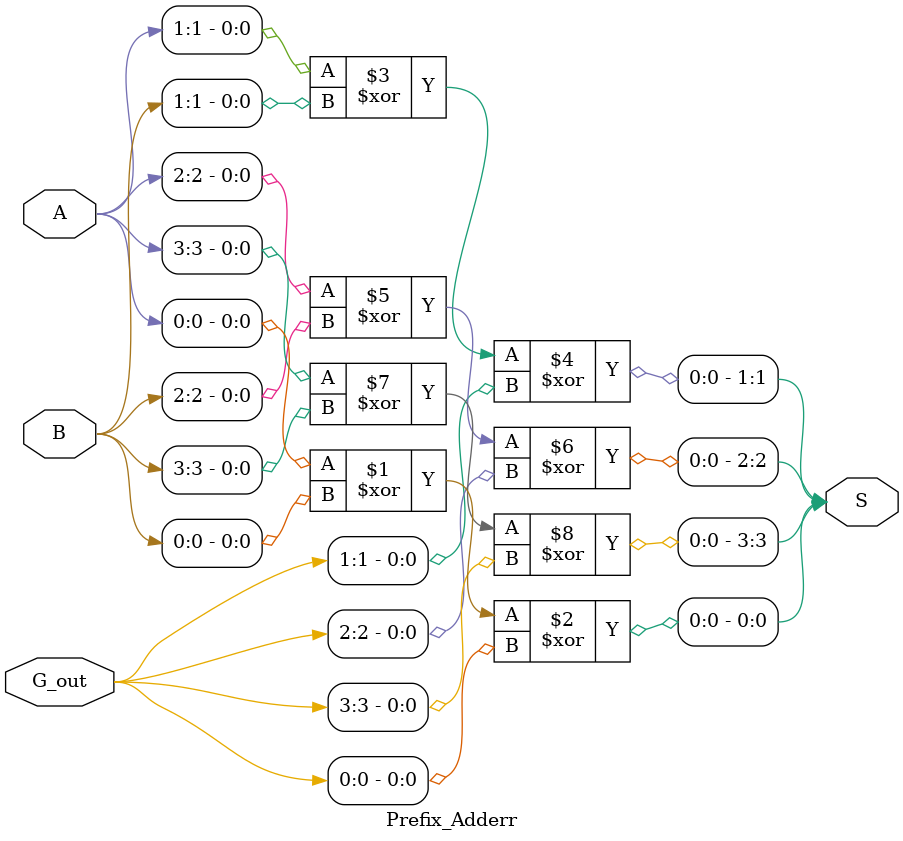
<source format=sv>
`timescale 100ns / 1ps

module Prefix_Adderr(input logic [3:0] A,B,
                     input logic [3:0] G_out,
                     output logic[3:0] S

    );

assign S[0] = ((A[0]^B[0])^G_out[0]);
assign S[1] = ((A[1]^B[1])^G_out[1]);
assign S[2] = ((A[2]^B[2])^G_out[2]);
assign S[3] = ((A[3]^B[3])^G_out[3]);



endmodule

</source>
